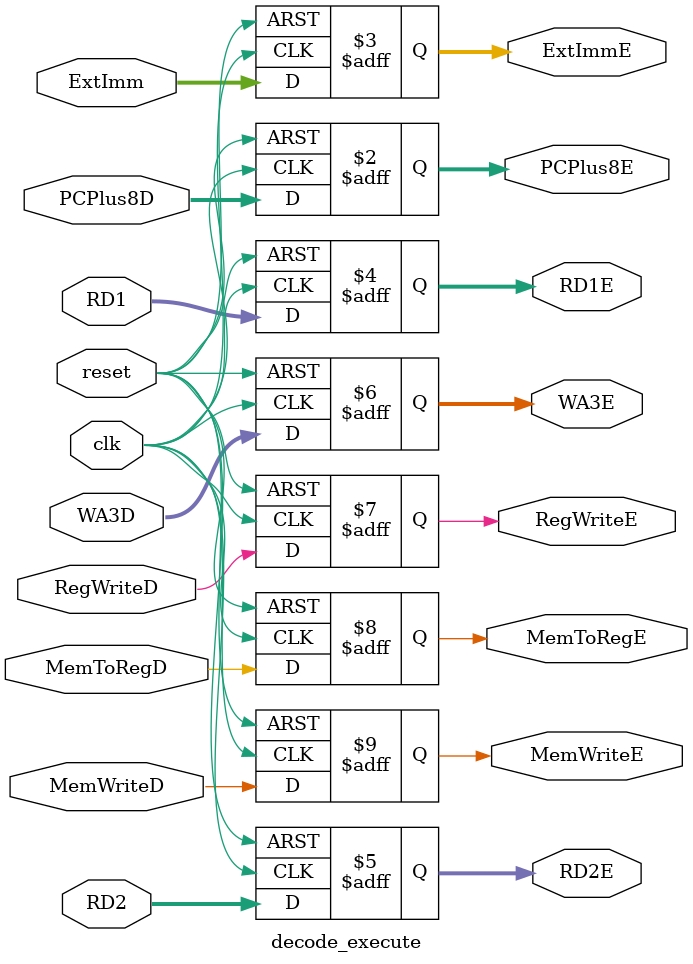
<source format=v>
`timescale 1ns / 1ps


module decode_execute (
    clk,
    reset,
    PCPlus8D,
    ExtImm,
    RD1,
    RD2,
    WA3D,
    RegWriteD,
    MemToRegD,
    MemWriteD,
    PCPlus8E,
    ExtImmE,
    RD1E,
    RD2E,
    WA3E,
    RegWriteE,
    MemToRegE,
    MemWriteE
);

input wire clk;
input wire reset;
input wire [31:0] PCPlus8D;
input wire [31:0] ExtImm;
input wire [31:0] RD1;
input wire [31:0] RD2;
input wire [3:0] WA3D;
input wire RegWriteD;
input wire MemToRegD;
input wire MemWriteD;
output reg [31:0] PCPlus8E;
output reg [31:0] ExtImmE;
output reg [31:0] RD1E;
output reg [31:0] RD2E;
output reg [3:0] WA3E;
output reg RegWriteE;
output reg MemToRegE;
output reg MemWriteE;

always @(posedge clk or posedge reset) begin
    if (reset) begin
        PCPlus8E <= 0;
        ExtImmE <= 0;
        RD1E <= 0;
        RD2E <= 0;
        WA3E <= 0;
        RegWriteE <= 0;
        MemToRegE <= 0;
        MemWriteE <= 0;
    end else begin
        PCPlus8E <= PCPlus8D;
        ExtImmE <= ExtImm;
        RD1E <= RD1;
        RD2E <= RD2;
        WA3E <= WA3D;
        RegWriteE <= RegWriteD;
        MemToRegE <= MemToRegD;
        MemWriteE <= MemWriteD;
    end
end

endmodule

</source>
